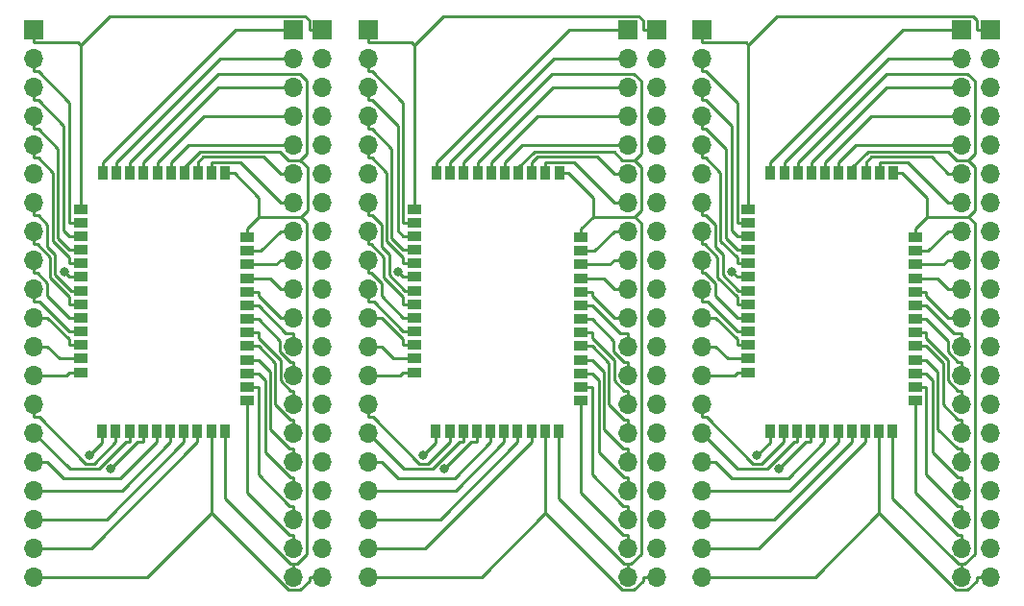
<source format=gbr>
G04 #@! TF.GenerationSoftware,KiCad,Pcbnew,5.1.5+dfsg1-2build2*
G04 #@! TF.CreationDate,2022-03-02T19:41:26-05:00*
G04 #@! TF.ProjectId,,58585858-5858-4585-9858-585858585858,rev?*
G04 #@! TF.SameCoordinates,Original*
G04 #@! TF.FileFunction,Copper,L1,Top*
G04 #@! TF.FilePolarity,Positive*
%FSLAX46Y46*%
G04 Gerber Fmt 4.6, Leading zero omitted, Abs format (unit mm)*
G04 Created by KiCad (PCBNEW 5.1.5+dfsg1-2build2) date 2022-03-02 19:41:26*
%MOMM*%
%LPD*%
G04 APERTURE LIST*
%ADD10R,1.700000X1.700000*%
%ADD11O,1.700000X1.700000*%
%ADD12R,1.300000X0.900000*%
%ADD13R,0.900000X1.300000*%
%ADD14C,0.800000*%
%ADD15C,0.250000*%
G04 APERTURE END LIST*
D10*
X152831920Y-31443320D03*
D11*
X152831920Y-33983320D03*
X152831920Y-36523320D03*
X152831920Y-39063320D03*
X152831920Y-41603320D03*
X152831920Y-44143320D03*
X152831920Y-46683320D03*
X152831920Y-49223320D03*
X152831920Y-51763320D03*
X152831920Y-54303320D03*
X152831920Y-56843320D03*
X152831920Y-59383320D03*
X152831920Y-61923320D03*
X152831920Y-64463320D03*
X152831920Y-67003320D03*
X152831920Y-69543320D03*
X152831920Y-72083320D03*
X152831920Y-74623320D03*
X152831920Y-77163320D03*
X152831920Y-79703320D03*
D10*
X123431920Y-31443320D03*
D11*
X123431920Y-33983320D03*
X123431920Y-36523320D03*
X123431920Y-39063320D03*
X123431920Y-41603320D03*
X123431920Y-44143320D03*
X123431920Y-46683320D03*
X123431920Y-49223320D03*
X123431920Y-51763320D03*
X123431920Y-54303320D03*
X123431920Y-56843320D03*
X123431920Y-59383320D03*
X123431920Y-61923320D03*
X123431920Y-64463320D03*
X123431920Y-67003320D03*
X123431920Y-69543320D03*
X123431920Y-72083320D03*
X123431920Y-74623320D03*
X123431920Y-77163320D03*
X123431920Y-79703320D03*
D12*
X131511920Y-60473320D03*
X131511920Y-61673320D03*
D13*
X133421920Y-66843320D03*
X134621920Y-66843320D03*
X135821920Y-66843320D03*
X138221920Y-66843320D03*
D12*
X131511920Y-47273320D03*
X131511920Y-48473320D03*
X131511920Y-49673320D03*
X131511920Y-50873320D03*
X131511920Y-52073320D03*
X131511920Y-53273320D03*
X131511920Y-54473320D03*
D13*
X137021920Y-66843320D03*
D12*
X131511920Y-59273320D03*
X131511920Y-58073320D03*
X131511920Y-56873320D03*
X131511920Y-55673320D03*
D13*
X139421920Y-66843320D03*
X140621920Y-66843320D03*
X141821920Y-66843320D03*
X143021920Y-66843320D03*
X144221920Y-66843320D03*
D12*
X146201920Y-64173320D03*
X146201920Y-62973320D03*
X146201920Y-61773320D03*
X146201920Y-60573320D03*
X146201920Y-59373320D03*
X146201920Y-58173320D03*
X146201920Y-56973320D03*
X146201920Y-55773320D03*
X146201920Y-54573320D03*
X146201920Y-53373320D03*
X146201920Y-52173320D03*
X146201920Y-50973320D03*
X146201920Y-49773320D03*
D13*
X133481920Y-44103320D03*
X134681920Y-44103320D03*
X135881920Y-44103320D03*
X137081920Y-44103320D03*
X138281920Y-44103320D03*
X139481920Y-44103320D03*
X140681920Y-44103320D03*
X141881920Y-44103320D03*
X143081920Y-44103320D03*
X144281920Y-44103320D03*
D12*
X102111920Y-60473320D03*
X102111920Y-61673320D03*
D13*
X104021920Y-66843320D03*
X105221920Y-66843320D03*
X106421920Y-66843320D03*
X108821920Y-66843320D03*
D12*
X102111920Y-47273320D03*
X102111920Y-48473320D03*
X102111920Y-49673320D03*
X102111920Y-50873320D03*
X102111920Y-52073320D03*
X102111920Y-53273320D03*
X102111920Y-54473320D03*
D13*
X107621920Y-66843320D03*
D12*
X102111920Y-59273320D03*
X102111920Y-58073320D03*
X102111920Y-56873320D03*
X102111920Y-55673320D03*
D13*
X110021920Y-66843320D03*
X111221920Y-66843320D03*
X112421920Y-66843320D03*
X113621920Y-66843320D03*
X114821920Y-66843320D03*
D12*
X116801920Y-64173320D03*
X116801920Y-62973320D03*
X116801920Y-61773320D03*
X116801920Y-60573320D03*
X116801920Y-59373320D03*
X116801920Y-58173320D03*
X116801920Y-56973320D03*
X116801920Y-55773320D03*
X116801920Y-54573320D03*
X116801920Y-53373320D03*
X116801920Y-52173320D03*
X116801920Y-50973320D03*
X116801920Y-49773320D03*
D13*
X104081920Y-44103320D03*
X105281920Y-44103320D03*
X106481920Y-44103320D03*
X107681920Y-44103320D03*
X108881920Y-44103320D03*
X110081920Y-44103320D03*
X111281920Y-44103320D03*
X112481920Y-44103320D03*
X113681920Y-44103320D03*
X114881920Y-44103320D03*
D10*
X150291920Y-31443320D03*
D11*
X150291920Y-33983320D03*
X150291920Y-36523320D03*
X150291920Y-39063320D03*
X150291920Y-41603320D03*
X150291920Y-44143320D03*
X150291920Y-46683320D03*
X150291920Y-49223320D03*
X150291920Y-51763320D03*
X150291920Y-54303320D03*
X150291920Y-56843320D03*
X150291920Y-59383320D03*
X150291920Y-61923320D03*
X150291920Y-64463320D03*
X150291920Y-67003320D03*
X150291920Y-69543320D03*
X150291920Y-72083320D03*
X150291920Y-74623320D03*
X150291920Y-77163320D03*
X150291920Y-79703320D03*
D10*
X120891920Y-31443320D03*
D11*
X120891920Y-33983320D03*
X120891920Y-36523320D03*
X120891920Y-39063320D03*
X120891920Y-41603320D03*
X120891920Y-44143320D03*
X120891920Y-46683320D03*
X120891920Y-49223320D03*
X120891920Y-51763320D03*
X120891920Y-54303320D03*
X120891920Y-56843320D03*
X120891920Y-59383320D03*
X120891920Y-61923320D03*
X120891920Y-64463320D03*
X120891920Y-67003320D03*
X120891920Y-69543320D03*
X120891920Y-72083320D03*
X120891920Y-74623320D03*
X120891920Y-77163320D03*
X120891920Y-79703320D03*
D10*
X127431920Y-31443320D03*
D11*
X127431920Y-33983320D03*
X127431920Y-36523320D03*
X127431920Y-39063320D03*
X127431920Y-41603320D03*
X127431920Y-44143320D03*
X127431920Y-46683320D03*
X127431920Y-49223320D03*
X127431920Y-51763320D03*
X127431920Y-54303320D03*
X127431920Y-56843320D03*
X127431920Y-59383320D03*
X127431920Y-61923320D03*
X127431920Y-64463320D03*
X127431920Y-67003320D03*
X127431920Y-69543320D03*
X127431920Y-72083320D03*
X127431920Y-74623320D03*
X127431920Y-77163320D03*
X127431920Y-79703320D03*
D10*
X98031920Y-31443320D03*
D11*
X98031920Y-33983320D03*
X98031920Y-36523320D03*
X98031920Y-39063320D03*
X98031920Y-41603320D03*
X98031920Y-44143320D03*
X98031920Y-46683320D03*
X98031920Y-49223320D03*
X98031920Y-51763320D03*
X98031920Y-54303320D03*
X98031920Y-56843320D03*
X98031920Y-59383320D03*
X98031920Y-61923320D03*
X98031920Y-64463320D03*
X98031920Y-67003320D03*
X98031920Y-69543320D03*
X98031920Y-72083320D03*
X98031920Y-74623320D03*
X98031920Y-77163320D03*
X98031920Y-79703320D03*
X94031920Y-79703320D03*
X94031920Y-77163320D03*
X94031920Y-74623320D03*
X94031920Y-72083320D03*
X94031920Y-69543320D03*
X94031920Y-67003320D03*
X94031920Y-64463320D03*
X94031920Y-61923320D03*
X94031920Y-59383320D03*
X94031920Y-56843320D03*
X94031920Y-54303320D03*
X94031920Y-51763320D03*
X94031920Y-49223320D03*
X94031920Y-46683320D03*
X94031920Y-44143320D03*
X94031920Y-41603320D03*
X94031920Y-39063320D03*
X94031920Y-36523320D03*
X94031920Y-33983320D03*
D10*
X94031920Y-31443320D03*
D13*
X85481920Y-44103320D03*
X84281920Y-44103320D03*
X83081920Y-44103320D03*
X81881920Y-44103320D03*
X80681920Y-44103320D03*
X79481920Y-44103320D03*
X78281920Y-44103320D03*
X77081920Y-44103320D03*
X75881920Y-44103320D03*
X74681920Y-44103320D03*
D12*
X87401920Y-49773320D03*
X87401920Y-50973320D03*
X87401920Y-52173320D03*
X87401920Y-53373320D03*
X87401920Y-54573320D03*
X87401920Y-55773320D03*
X87401920Y-56973320D03*
X87401920Y-58173320D03*
X87401920Y-59373320D03*
X87401920Y-60573320D03*
X87401920Y-61773320D03*
X87401920Y-62973320D03*
X87401920Y-64173320D03*
D13*
X85421920Y-66843320D03*
X84221920Y-66843320D03*
X83021920Y-66843320D03*
X81821920Y-66843320D03*
X80621920Y-66843320D03*
D12*
X72711920Y-55673320D03*
X72711920Y-56873320D03*
X72711920Y-58073320D03*
X72711920Y-59273320D03*
D13*
X78221920Y-66843320D03*
D12*
X72711920Y-54473320D03*
X72711920Y-53273320D03*
X72711920Y-52073320D03*
X72711920Y-50873320D03*
X72711920Y-49673320D03*
X72711920Y-48473320D03*
X72711920Y-47273320D03*
D13*
X79421920Y-66843320D03*
X77021920Y-66843320D03*
X75821920Y-66843320D03*
X74621920Y-66843320D03*
D12*
X72711920Y-61673320D03*
X72711920Y-60473320D03*
D11*
X91491920Y-79703320D03*
X91491920Y-77163320D03*
X91491920Y-74623320D03*
X91491920Y-72083320D03*
X91491920Y-69543320D03*
X91491920Y-67003320D03*
X91491920Y-64463320D03*
X91491920Y-61923320D03*
X91491920Y-59383320D03*
X91491920Y-56843320D03*
X91491920Y-54303320D03*
X91491920Y-51763320D03*
X91491920Y-49223320D03*
X91491920Y-46683320D03*
X91491920Y-44143320D03*
X91491920Y-41603320D03*
X91491920Y-39063320D03*
X91491920Y-36523320D03*
X91491920Y-33983320D03*
D10*
X91491920Y-31443320D03*
D11*
X68631920Y-79703320D03*
X68631920Y-77163320D03*
X68631920Y-74623320D03*
X68631920Y-72083320D03*
X68631920Y-69543320D03*
X68631920Y-67003320D03*
X68631920Y-64463320D03*
X68631920Y-61923320D03*
X68631920Y-59383320D03*
X68631920Y-56843320D03*
X68631920Y-54303320D03*
X68631920Y-51763320D03*
X68631920Y-49223320D03*
X68631920Y-46683320D03*
X68631920Y-44143320D03*
X68631920Y-41603320D03*
X68631920Y-39063320D03*
X68631920Y-36523320D03*
X68631920Y-33983320D03*
D10*
X68631920Y-31443320D03*
D14*
X71296220Y-52825920D03*
X100696220Y-52825920D03*
X130096220Y-52825920D03*
X75388120Y-70189720D03*
X73467420Y-69000920D03*
X102867420Y-69000920D03*
X132267420Y-69000920D03*
X104788120Y-70189720D03*
X134188120Y-70189720D03*
D15*
X71736620Y-48473320D02*
X71736620Y-37896020D01*
X71736620Y-37896020D02*
X68999220Y-35158620D01*
X68999220Y-35158620D02*
X68631920Y-35158620D01*
X68631920Y-33983320D02*
X68631920Y-35158620D01*
X72711920Y-48473320D02*
X71736620Y-48473320D01*
X102111920Y-48473320D02*
X101136620Y-48473320D01*
X131511920Y-48473320D02*
X130536620Y-48473320D01*
X98031920Y-33983320D02*
X98031920Y-35158620D01*
X127431920Y-33983320D02*
X127431920Y-35158620D01*
X101136620Y-48473320D02*
X101136620Y-37896020D01*
X130536620Y-48473320D02*
X130536620Y-37896020D01*
X98399220Y-35158620D02*
X98031920Y-35158620D01*
X127799220Y-35158620D02*
X127431920Y-35158620D01*
X101136620Y-37896020D02*
X98399220Y-35158620D01*
X130536620Y-37896020D02*
X127799220Y-35158620D01*
X72711920Y-32825920D02*
X75269820Y-30268020D01*
X75269820Y-30268020D02*
X92489420Y-30268020D01*
X92489420Y-30268020D02*
X92856620Y-30635220D01*
X92856620Y-30635220D02*
X92856620Y-31443320D01*
X68631920Y-32618620D02*
X72504620Y-32618620D01*
X72504620Y-32618620D02*
X72711920Y-32825920D01*
X72711920Y-47273320D02*
X72711920Y-32825920D01*
X94031920Y-31443320D02*
X92856620Y-31443320D01*
X68631920Y-31443320D02*
X68631920Y-32618620D01*
X102111920Y-32825920D02*
X104669820Y-30268020D01*
X131511920Y-32825920D02*
X134069820Y-30268020D01*
X101904620Y-32618620D02*
X102111920Y-32825920D01*
X131304620Y-32618620D02*
X131511920Y-32825920D01*
X98031920Y-31443320D02*
X98031920Y-32618620D01*
X127431920Y-31443320D02*
X127431920Y-32618620D01*
X123431920Y-31443320D02*
X122256620Y-31443320D01*
X152831920Y-31443320D02*
X151656620Y-31443320D01*
X121889420Y-30268020D02*
X122256620Y-30635220D01*
X151289420Y-30268020D02*
X151656620Y-30635220D01*
X122256620Y-30635220D02*
X122256620Y-31443320D01*
X151656620Y-30635220D02*
X151656620Y-31443320D01*
X104669820Y-30268020D02*
X121889420Y-30268020D01*
X134069820Y-30268020D02*
X151289420Y-30268020D01*
X98031920Y-32618620D02*
X101904620Y-32618620D01*
X127431920Y-32618620D02*
X131304620Y-32618620D01*
X102111920Y-47273320D02*
X102111920Y-32825920D01*
X131511920Y-47273320D02*
X131511920Y-32825920D01*
X84221920Y-74099920D02*
X91000620Y-80878620D01*
X91000620Y-80878620D02*
X92048720Y-80878620D01*
X92048720Y-80878620D02*
X92856620Y-80070720D01*
X92856620Y-80070720D02*
X92856620Y-79703320D01*
X84221920Y-66843320D02*
X84221920Y-74099920D01*
X68631920Y-79703320D02*
X78618520Y-79703320D01*
X78618520Y-79703320D02*
X84221920Y-74099920D01*
X94031920Y-79703320D02*
X92856620Y-79703320D01*
X122256620Y-80070720D02*
X122256620Y-79703320D01*
X151656620Y-80070720D02*
X151656620Y-79703320D01*
X113621920Y-66843320D02*
X113621920Y-74099920D01*
X143021920Y-66843320D02*
X143021920Y-74099920D01*
X121448720Y-80878620D02*
X122256620Y-80070720D01*
X150848720Y-80878620D02*
X151656620Y-80070720D01*
X108018520Y-79703320D02*
X113621920Y-74099920D01*
X137418520Y-79703320D02*
X143021920Y-74099920D01*
X123431920Y-79703320D02*
X122256620Y-79703320D01*
X152831920Y-79703320D02*
X151656620Y-79703320D01*
X98031920Y-79703320D02*
X108018520Y-79703320D01*
X127431920Y-79703320D02*
X137418520Y-79703320D01*
X113621920Y-74099920D02*
X120400620Y-80878620D01*
X143021920Y-74099920D02*
X149800620Y-80878620D01*
X120400620Y-80878620D02*
X121448720Y-80878620D01*
X149800620Y-80878620D02*
X150848720Y-80878620D01*
X83021920Y-66843320D02*
X83021920Y-67818620D01*
X83021920Y-67818620D02*
X73677220Y-77163320D01*
X73677220Y-77163320D02*
X68631920Y-77163320D01*
X112421920Y-66843320D02*
X112421920Y-67818620D01*
X141821920Y-66843320D02*
X141821920Y-67818620D01*
X103077220Y-77163320D02*
X98031920Y-77163320D01*
X132477220Y-77163320D02*
X127431920Y-77163320D01*
X112421920Y-67818620D02*
X103077220Y-77163320D01*
X141821920Y-67818620D02*
X132477220Y-77163320D01*
X81821920Y-66843320D02*
X81821920Y-67818620D01*
X81821920Y-67818620D02*
X75017220Y-74623320D01*
X75017220Y-74623320D02*
X68631920Y-74623320D01*
X111221920Y-67818620D02*
X104417220Y-74623320D01*
X140621920Y-67818620D02*
X133817220Y-74623320D01*
X111221920Y-66843320D02*
X111221920Y-67818620D01*
X140621920Y-66843320D02*
X140621920Y-67818620D01*
X104417220Y-74623320D02*
X98031920Y-74623320D01*
X133817220Y-74623320D02*
X127431920Y-74623320D01*
X80621920Y-66843320D02*
X80621920Y-67818620D01*
X80621920Y-67818620D02*
X76357220Y-72083320D01*
X76357220Y-72083320D02*
X68631920Y-72083320D01*
X105757220Y-72083320D02*
X98031920Y-72083320D01*
X135157220Y-72083320D02*
X127431920Y-72083320D01*
X110021920Y-66843320D02*
X110021920Y-67818620D01*
X139421920Y-66843320D02*
X139421920Y-67818620D01*
X110021920Y-67818620D02*
X105757220Y-72083320D01*
X139421920Y-67818620D02*
X135157220Y-72083320D01*
X79421920Y-67818620D02*
X76246320Y-70994220D01*
X76246320Y-70994220D02*
X71258120Y-70994220D01*
X71258120Y-70994220D02*
X69807220Y-69543320D01*
X68631920Y-69543320D02*
X69807220Y-69543320D01*
X79421920Y-66843320D02*
X79421920Y-67818620D01*
X100658120Y-70994220D02*
X99207220Y-69543320D01*
X130058120Y-70994220D02*
X128607220Y-69543320D01*
X108821920Y-66843320D02*
X108821920Y-67818620D01*
X138221920Y-66843320D02*
X138221920Y-67818620D01*
X108821920Y-67818620D02*
X105646320Y-70994220D01*
X138221920Y-67818620D02*
X135046320Y-70994220D01*
X98031920Y-69543320D02*
X99207220Y-69543320D01*
X127431920Y-69543320D02*
X128607220Y-69543320D01*
X105646320Y-70994220D02*
X100658120Y-70994220D01*
X135046320Y-70994220D02*
X130058120Y-70994220D01*
X77021920Y-67818620D02*
X76733520Y-67818620D01*
X76733520Y-67818620D02*
X74372620Y-70179520D01*
X74372620Y-70179520D02*
X71808120Y-70179520D01*
X71808120Y-70179520D02*
X68631920Y-67003320D01*
X77021920Y-66843320D02*
X77021920Y-67818620D01*
X106421920Y-67818620D02*
X106133520Y-67818620D01*
X135821920Y-67818620D02*
X135533520Y-67818620D01*
X101208120Y-70179520D02*
X98031920Y-67003320D01*
X130608120Y-70179520D02*
X127431920Y-67003320D01*
X106133520Y-67818620D02*
X103772620Y-70179520D01*
X135533520Y-67818620D02*
X133172620Y-70179520D01*
X106421920Y-66843320D02*
X106421920Y-67818620D01*
X135821920Y-66843320D02*
X135821920Y-67818620D01*
X103772620Y-70179520D02*
X101208120Y-70179520D01*
X133172620Y-70179520D02*
X130608120Y-70179520D01*
X68631920Y-64463320D02*
X68631920Y-65638620D01*
X75821920Y-66843320D02*
X75821920Y-67818620D01*
X75821920Y-67818620D02*
X73912820Y-69727720D01*
X73912820Y-69727720D02*
X73167320Y-69727720D01*
X73167320Y-69727720D02*
X69078220Y-65638620D01*
X69078220Y-65638620D02*
X68631920Y-65638620D01*
X98478220Y-65638620D02*
X98031920Y-65638620D01*
X127878220Y-65638620D02*
X127431920Y-65638620D01*
X102567320Y-69727720D02*
X98478220Y-65638620D01*
X131967320Y-69727720D02*
X127878220Y-65638620D01*
X98031920Y-64463320D02*
X98031920Y-65638620D01*
X127431920Y-64463320D02*
X127431920Y-65638620D01*
X105221920Y-67818620D02*
X103312820Y-69727720D01*
X134621920Y-67818620D02*
X132712820Y-69727720D01*
X103312820Y-69727720D02*
X102567320Y-69727720D01*
X132712820Y-69727720D02*
X131967320Y-69727720D01*
X105221920Y-66843320D02*
X105221920Y-67818620D01*
X134621920Y-66843320D02*
X134621920Y-67818620D01*
X72711920Y-61673320D02*
X71736620Y-61673320D01*
X71736620Y-61673320D02*
X71486620Y-61923320D01*
X71486620Y-61923320D02*
X68631920Y-61923320D01*
X101136620Y-61673320D02*
X100886620Y-61923320D01*
X130536620Y-61673320D02*
X130286620Y-61923320D01*
X100886620Y-61923320D02*
X98031920Y-61923320D01*
X130286620Y-61923320D02*
X127431920Y-61923320D01*
X102111920Y-61673320D02*
X101136620Y-61673320D01*
X131511920Y-61673320D02*
X130536620Y-61673320D01*
X68631920Y-59383320D02*
X69807220Y-59383320D01*
X72711920Y-60473320D02*
X70897220Y-60473320D01*
X70897220Y-60473320D02*
X69807220Y-59383320D01*
X98031920Y-59383320D02*
X99207220Y-59383320D01*
X127431920Y-59383320D02*
X128607220Y-59383320D01*
X102111920Y-60473320D02*
X100297220Y-60473320D01*
X131511920Y-60473320D02*
X129697220Y-60473320D01*
X100297220Y-60473320D02*
X99207220Y-59383320D01*
X129697220Y-60473320D02*
X128607220Y-59383320D01*
X72711920Y-59273320D02*
X71736620Y-59273320D01*
X68631920Y-56843320D02*
X69807220Y-56843320D01*
X71736620Y-59273320D02*
X71736620Y-58772720D01*
X71736620Y-58772720D02*
X69807220Y-56843320D01*
X101136620Y-58772720D02*
X99207220Y-56843320D01*
X130536620Y-58772720D02*
X128607220Y-56843320D01*
X98031920Y-56843320D02*
X99207220Y-56843320D01*
X127431920Y-56843320D02*
X128607220Y-56843320D01*
X101136620Y-59273320D02*
X101136620Y-58772720D01*
X130536620Y-59273320D02*
X130536620Y-58772720D01*
X102111920Y-59273320D02*
X101136620Y-59273320D01*
X131511920Y-59273320D02*
X130536620Y-59273320D01*
X68631920Y-54303320D02*
X68631920Y-55478620D01*
X72711920Y-58073320D02*
X71736620Y-58073320D01*
X71736620Y-58073320D02*
X69141920Y-55478620D01*
X69141920Y-55478620D02*
X68631920Y-55478620D01*
X98031920Y-54303320D02*
X98031920Y-55478620D01*
X127431920Y-54303320D02*
X127431920Y-55478620D01*
X102111920Y-58073320D02*
X101136620Y-58073320D01*
X131511920Y-58073320D02*
X130536620Y-58073320D01*
X98541920Y-55478620D02*
X98031920Y-55478620D01*
X127941920Y-55478620D02*
X127431920Y-55478620D01*
X101136620Y-58073320D02*
X98541920Y-55478620D01*
X130536620Y-58073320D02*
X127941920Y-55478620D01*
X68631920Y-51763320D02*
X68631920Y-52938620D01*
X72711920Y-56873320D02*
X71736620Y-56873320D01*
X71736620Y-56873320D02*
X69807220Y-54943920D01*
X69807220Y-54943920D02*
X69807220Y-53816320D01*
X69807220Y-53816320D02*
X68929520Y-52938620D01*
X68929520Y-52938620D02*
X68631920Y-52938620D01*
X98031920Y-51763320D02*
X98031920Y-52938620D01*
X127431920Y-51763320D02*
X127431920Y-52938620D01*
X101136620Y-56873320D02*
X99207220Y-54943920D01*
X130536620Y-56873320D02*
X128607220Y-54943920D01*
X102111920Y-56873320D02*
X101136620Y-56873320D01*
X131511920Y-56873320D02*
X130536620Y-56873320D01*
X99207220Y-53816320D02*
X98329520Y-52938620D01*
X128607220Y-53816320D02*
X127729520Y-52938620D01*
X98329520Y-52938620D02*
X98031920Y-52938620D01*
X127729520Y-52938620D02*
X127431920Y-52938620D01*
X99207220Y-54943920D02*
X99207220Y-53816320D01*
X128607220Y-54943920D02*
X128607220Y-53816320D01*
X68631920Y-49223320D02*
X68631920Y-50398620D01*
X72711920Y-55673320D02*
X71736620Y-55673320D01*
X71736620Y-55673320D02*
X71736620Y-55036420D01*
X71736620Y-55036420D02*
X70032320Y-53332120D01*
X70032320Y-53332120D02*
X70032320Y-51499820D01*
X70032320Y-51499820D02*
X68931120Y-50398620D01*
X68931120Y-50398620D02*
X68631920Y-50398620D01*
X98331120Y-50398620D02*
X98031920Y-50398620D01*
X127731120Y-50398620D02*
X127431920Y-50398620D01*
X99432320Y-53332120D02*
X99432320Y-51499820D01*
X128832320Y-53332120D02*
X128832320Y-51499820D01*
X101136620Y-55673320D02*
X101136620Y-55036420D01*
X130536620Y-55673320D02*
X130536620Y-55036420D01*
X101136620Y-55036420D02*
X99432320Y-53332120D01*
X130536620Y-55036420D02*
X128832320Y-53332120D01*
X102111920Y-55673320D02*
X101136620Y-55673320D01*
X131511920Y-55673320D02*
X130536620Y-55673320D01*
X98031920Y-49223320D02*
X98031920Y-50398620D01*
X127431920Y-49223320D02*
X127431920Y-50398620D01*
X99432320Y-51499820D02*
X98331120Y-50398620D01*
X128832320Y-51499820D02*
X127731120Y-50398620D01*
X68631920Y-46683320D02*
X68631920Y-47858620D01*
X72711920Y-54473320D02*
X71885820Y-54473320D01*
X71885820Y-54473320D02*
X70482620Y-53070120D01*
X70482620Y-53070120D02*
X70482620Y-51272020D01*
X70482620Y-51272020D02*
X69807220Y-50596620D01*
X69807220Y-50596620D02*
X69807220Y-48666520D01*
X69807220Y-48666520D02*
X68999320Y-47858620D01*
X68999320Y-47858620D02*
X68631920Y-47858620D01*
X99882620Y-53070120D02*
X99882620Y-51272020D01*
X129282620Y-53070120D02*
X129282620Y-51272020D01*
X98399320Y-47858620D02*
X98031920Y-47858620D01*
X127799320Y-47858620D02*
X127431920Y-47858620D01*
X99207220Y-50596620D02*
X99207220Y-48666520D01*
X128607220Y-50596620D02*
X128607220Y-48666520D01*
X99207220Y-48666520D02*
X98399320Y-47858620D01*
X128607220Y-48666520D02*
X127799320Y-47858620D01*
X98031920Y-46683320D02*
X98031920Y-47858620D01*
X127431920Y-46683320D02*
X127431920Y-47858620D01*
X102111920Y-54473320D02*
X101285820Y-54473320D01*
X131511920Y-54473320D02*
X130685820Y-54473320D01*
X99882620Y-51272020D02*
X99207220Y-50596620D01*
X129282620Y-51272020D02*
X128607220Y-50596620D01*
X101285820Y-54473320D02*
X99882620Y-53070120D01*
X130685820Y-54473320D02*
X129282620Y-53070120D01*
X71736620Y-53273320D02*
X71736620Y-53266320D01*
X71736620Y-53266320D02*
X71296220Y-52825920D01*
X72711920Y-53273320D02*
X71736620Y-53273320D01*
X101136620Y-53273320D02*
X101136620Y-53266320D01*
X130536620Y-53273320D02*
X130536620Y-53266320D01*
X102111920Y-53273320D02*
X101136620Y-53273320D01*
X131511920Y-53273320D02*
X130536620Y-53273320D01*
X101136620Y-53266320D02*
X100696220Y-52825920D01*
X130536620Y-53266320D02*
X130096220Y-52825920D01*
X68631920Y-41603320D02*
X68631920Y-42778620D01*
X72711920Y-52073320D02*
X71736620Y-52073320D01*
X71736620Y-52073320D02*
X71736620Y-51579620D01*
X71736620Y-51579620D02*
X70280920Y-50123920D01*
X70280920Y-50123920D02*
X70280920Y-44060320D01*
X70280920Y-44060320D02*
X68999220Y-42778620D01*
X68999220Y-42778620D02*
X68631920Y-42778620D01*
X99680920Y-50123920D02*
X99680920Y-44060320D01*
X129080920Y-50123920D02*
X129080920Y-44060320D01*
X99680920Y-44060320D02*
X98399220Y-42778620D01*
X129080920Y-44060320D02*
X127799220Y-42778620D01*
X101136620Y-51579620D02*
X99680920Y-50123920D01*
X130536620Y-51579620D02*
X129080920Y-50123920D01*
X102111920Y-52073320D02*
X101136620Y-52073320D01*
X131511920Y-52073320D02*
X130536620Y-52073320D01*
X101136620Y-52073320D02*
X101136620Y-51579620D01*
X130536620Y-52073320D02*
X130536620Y-51579620D01*
X98399220Y-42778620D02*
X98031920Y-42778620D01*
X127799220Y-42778620D02*
X127431920Y-42778620D01*
X98031920Y-41603320D02*
X98031920Y-42778620D01*
X127431920Y-41603320D02*
X127431920Y-42778620D01*
X71736620Y-50873320D02*
X70731320Y-49868020D01*
X70731320Y-49868020D02*
X70731320Y-41970720D01*
X70731320Y-41970720D02*
X68999220Y-40238620D01*
X68999220Y-40238620D02*
X68631920Y-40238620D01*
X68631920Y-39063320D02*
X68631920Y-40238620D01*
X72711920Y-50873320D02*
X71736620Y-50873320D01*
X101136620Y-50873320D02*
X100131320Y-49868020D01*
X130536620Y-50873320D02*
X129531320Y-49868020D01*
X100131320Y-49868020D02*
X100131320Y-41970720D01*
X129531320Y-49868020D02*
X129531320Y-41970720D01*
X100131320Y-41970720D02*
X98399220Y-40238620D01*
X129531320Y-41970720D02*
X127799220Y-40238620D01*
X98399220Y-40238620D02*
X98031920Y-40238620D01*
X127799220Y-40238620D02*
X127431920Y-40238620D01*
X102111920Y-50873320D02*
X101136620Y-50873320D01*
X131511920Y-50873320D02*
X130536620Y-50873320D01*
X98031920Y-39063320D02*
X98031920Y-40238620D01*
X127431920Y-39063320D02*
X127431920Y-40238620D01*
X68631920Y-36523320D02*
X68631920Y-37698620D01*
X72711920Y-49673320D02*
X71736620Y-49673320D01*
X71736620Y-49673320D02*
X71250520Y-49187220D01*
X71250520Y-49187220D02*
X71250520Y-39949920D01*
X71250520Y-39949920D02*
X68999220Y-37698620D01*
X68999220Y-37698620D02*
X68631920Y-37698620D01*
X98031920Y-36523320D02*
X98031920Y-37698620D01*
X127431920Y-36523320D02*
X127431920Y-37698620D01*
X102111920Y-49673320D02*
X101136620Y-49673320D01*
X131511920Y-49673320D02*
X130536620Y-49673320D01*
X101136620Y-49673320D02*
X100650520Y-49187220D01*
X130536620Y-49673320D02*
X130050520Y-49187220D01*
X100650520Y-39949920D02*
X98399220Y-37698620D01*
X130050520Y-39949920D02*
X127799220Y-37698620D01*
X98399220Y-37698620D02*
X98031920Y-37698620D01*
X127799220Y-37698620D02*
X127431920Y-37698620D01*
X100650520Y-49187220D02*
X100650520Y-39949920D01*
X130050520Y-49187220D02*
X130050520Y-39949920D01*
X78221920Y-67818620D02*
X77759220Y-67818620D01*
X77759220Y-67818620D02*
X75388120Y-70189720D01*
X78221920Y-66843320D02*
X78221920Y-67818620D01*
X74621920Y-67706020D02*
X74621920Y-67846420D01*
X74621920Y-67846420D02*
X73467420Y-69000920D01*
X74621920Y-66843320D02*
X74621920Y-67706020D01*
X92084920Y-42967920D02*
X92710120Y-43593120D01*
X92710120Y-43593120D02*
X92710120Y-47352120D01*
X92710120Y-47352120D02*
X92108920Y-47953320D01*
X81881920Y-43615620D02*
X83270120Y-42227420D01*
X83270120Y-42227420D02*
X90311420Y-42227420D01*
X90311420Y-42227420D02*
X91051920Y-42967920D01*
X91051920Y-42967920D02*
X92084920Y-42967920D01*
X77081920Y-43128020D02*
X84862020Y-35347920D01*
X84862020Y-35347920D02*
X92043420Y-35347920D01*
X92043420Y-35347920D02*
X92669020Y-35973520D01*
X92669020Y-35973520D02*
X92669020Y-42383820D01*
X92669020Y-42383820D02*
X92084920Y-42967920D01*
X77081920Y-44103320D02*
X77081920Y-43128020D01*
X85421920Y-67818620D02*
X85421920Y-72756220D01*
X85421920Y-72756220D02*
X91220020Y-78554320D01*
X91220020Y-78554320D02*
X91491920Y-78554320D01*
X85421920Y-66843320D02*
X85421920Y-67818620D01*
X91491920Y-79703320D02*
X91491920Y-78554320D01*
X85481920Y-44103320D02*
X86257220Y-44103320D01*
X88446620Y-47953320D02*
X87401920Y-48998020D01*
X92108920Y-47953320D02*
X88446620Y-47953320D01*
X88446620Y-47953320D02*
X88446620Y-46292720D01*
X88446620Y-46292720D02*
X86257220Y-44103320D01*
X87401920Y-49773320D02*
X87401920Y-48998020D01*
X92108920Y-47953320D02*
X92667320Y-48511720D01*
X92667320Y-48511720D02*
X92667320Y-77661820D01*
X92667320Y-77661820D02*
X91774820Y-78554320D01*
X91774820Y-78554320D02*
X91491920Y-78554320D01*
X81881920Y-44103320D02*
X81881920Y-43615620D01*
X122110120Y-43593120D02*
X122110120Y-47352120D01*
X151510120Y-43593120D02*
X151510120Y-47352120D01*
X122110120Y-47352120D02*
X121508920Y-47953320D01*
X151510120Y-47352120D02*
X150908920Y-47953320D01*
X111281920Y-43615620D02*
X112670120Y-42227420D01*
X140681920Y-43615620D02*
X142070120Y-42227420D01*
X120891920Y-79703320D02*
X120891920Y-78554320D01*
X150291920Y-79703320D02*
X150291920Y-78554320D01*
X114881920Y-44103320D02*
X115657220Y-44103320D01*
X144281920Y-44103320D02*
X145057220Y-44103320D01*
X117846620Y-47953320D02*
X116801920Y-48998020D01*
X147246620Y-47953320D02*
X146201920Y-48998020D01*
X121508920Y-47953320D02*
X117846620Y-47953320D01*
X150908920Y-47953320D02*
X147246620Y-47953320D01*
X112670120Y-42227420D02*
X119711420Y-42227420D01*
X142070120Y-42227420D02*
X149111420Y-42227420D01*
X117846620Y-47953320D02*
X117846620Y-46292720D01*
X147246620Y-47953320D02*
X147246620Y-46292720D01*
X117846620Y-46292720D02*
X115657220Y-44103320D01*
X147246620Y-46292720D02*
X145057220Y-44103320D01*
X114821920Y-72756220D02*
X120620020Y-78554320D01*
X144221920Y-72756220D02*
X150020020Y-78554320D01*
X120620020Y-78554320D02*
X120891920Y-78554320D01*
X150020020Y-78554320D02*
X150291920Y-78554320D01*
X104021920Y-67846420D02*
X102867420Y-69000920D01*
X133421920Y-67846420D02*
X132267420Y-69000920D01*
X106481920Y-43128020D02*
X114262020Y-35347920D01*
X135881920Y-43128020D02*
X143662020Y-35347920D01*
X107621920Y-66843320D02*
X107621920Y-67818620D01*
X137021920Y-66843320D02*
X137021920Y-67818620D01*
X104021920Y-67706020D02*
X104021920Y-67846420D01*
X133421920Y-67706020D02*
X133421920Y-67846420D01*
X114821920Y-66843320D02*
X114821920Y-67818620D01*
X144221920Y-66843320D02*
X144221920Y-67818620D01*
X114262020Y-35347920D02*
X121443420Y-35347920D01*
X143662020Y-35347920D02*
X150843420Y-35347920D01*
X121443420Y-35347920D02*
X122069020Y-35973520D01*
X150843420Y-35347920D02*
X151469020Y-35973520D01*
X104021920Y-66843320D02*
X104021920Y-67706020D01*
X133421920Y-66843320D02*
X133421920Y-67706020D01*
X121484920Y-42967920D02*
X122110120Y-43593120D01*
X150884920Y-42967920D02*
X151510120Y-43593120D01*
X106481920Y-44103320D02*
X106481920Y-43128020D01*
X135881920Y-44103320D02*
X135881920Y-43128020D01*
X114821920Y-67818620D02*
X114821920Y-72756220D01*
X144221920Y-67818620D02*
X144221920Y-72756220D01*
X119711420Y-42227420D02*
X120451920Y-42967920D01*
X149111420Y-42227420D02*
X149851920Y-42967920D01*
X120451920Y-42967920D02*
X121484920Y-42967920D01*
X149851920Y-42967920D02*
X150884920Y-42967920D01*
X107621920Y-67818620D02*
X107159220Y-67818620D01*
X137021920Y-67818620D02*
X136559220Y-67818620D01*
X107159220Y-67818620D02*
X104788120Y-70189720D01*
X136559220Y-67818620D02*
X134188120Y-70189720D01*
X122069020Y-35973520D02*
X122069020Y-42383820D01*
X151469020Y-35973520D02*
X151469020Y-42383820D01*
X122069020Y-42383820D02*
X121484920Y-42967920D01*
X151469020Y-42383820D02*
X150884920Y-42967920D01*
X122067320Y-77661820D02*
X121174820Y-78554320D01*
X151467320Y-77661820D02*
X150574820Y-78554320D01*
X121174820Y-78554320D02*
X120891920Y-78554320D01*
X150574820Y-78554320D02*
X150291920Y-78554320D01*
X111281920Y-44103320D02*
X111281920Y-43615620D01*
X140681920Y-44103320D02*
X140681920Y-43615620D01*
X121508920Y-47953320D02*
X122067320Y-48511720D01*
X150908920Y-47953320D02*
X151467320Y-48511720D01*
X122067320Y-48511720D02*
X122067320Y-77661820D01*
X151467320Y-48511720D02*
X151467320Y-77661820D01*
X116801920Y-49773320D02*
X116801920Y-48998020D01*
X146201920Y-49773320D02*
X146201920Y-48998020D01*
X91491920Y-75988020D02*
X91124620Y-75988020D01*
X91124620Y-75988020D02*
X87401920Y-72265320D01*
X87401920Y-72265320D02*
X87401920Y-64173320D01*
X91491920Y-77163320D02*
X91491920Y-75988020D01*
X120891920Y-77163320D02*
X120891920Y-75988020D01*
X150291920Y-77163320D02*
X150291920Y-75988020D01*
X116801920Y-72265320D02*
X116801920Y-64173320D01*
X146201920Y-72265320D02*
X146201920Y-64173320D01*
X120891920Y-75988020D02*
X120524620Y-75988020D01*
X150291920Y-75988020D02*
X149924620Y-75988020D01*
X120524620Y-75988020D02*
X116801920Y-72265320D01*
X149924620Y-75988020D02*
X146201920Y-72265320D01*
X91491920Y-73448020D02*
X91124620Y-73448020D01*
X91124620Y-73448020D02*
X88377220Y-70700620D01*
X88377220Y-70700620D02*
X88377220Y-62973320D01*
X91491920Y-74623320D02*
X91491920Y-73448020D01*
X87401920Y-62973320D02*
X88377220Y-62973320D01*
X120891920Y-73448020D02*
X120524620Y-73448020D01*
X150291920Y-73448020D02*
X149924620Y-73448020D01*
X117777220Y-70700620D02*
X117777220Y-62973320D01*
X147177220Y-70700620D02*
X147177220Y-62973320D01*
X120891920Y-74623320D02*
X120891920Y-73448020D01*
X150291920Y-74623320D02*
X150291920Y-73448020D01*
X120524620Y-73448020D02*
X117777220Y-70700620D01*
X149924620Y-73448020D02*
X147177220Y-70700620D01*
X116801920Y-62973320D02*
X117777220Y-62973320D01*
X146201920Y-62973320D02*
X147177220Y-62973320D01*
X88377220Y-61773320D02*
X88965720Y-62361820D01*
X88965720Y-62361820D02*
X88965720Y-68693420D01*
X88965720Y-68693420D02*
X91180320Y-70908020D01*
X91180320Y-70908020D02*
X91491920Y-70908020D01*
X91491920Y-72083320D02*
X91491920Y-70908020D01*
X87401920Y-61773320D02*
X88377220Y-61773320D01*
X118365720Y-62361820D02*
X118365720Y-68693420D01*
X147765720Y-62361820D02*
X147765720Y-68693420D01*
X118365720Y-68693420D02*
X120580320Y-70908020D01*
X147765720Y-68693420D02*
X149980320Y-70908020D01*
X116801920Y-61773320D02*
X117777220Y-61773320D01*
X146201920Y-61773320D02*
X147177220Y-61773320D01*
X120580320Y-70908020D02*
X120891920Y-70908020D01*
X149980320Y-70908020D02*
X150291920Y-70908020D01*
X120891920Y-72083320D02*
X120891920Y-70908020D01*
X150291920Y-72083320D02*
X150291920Y-70908020D01*
X117777220Y-61773320D02*
X118365720Y-62361820D01*
X147177220Y-61773320D02*
X147765720Y-62361820D01*
X88377220Y-60573320D02*
X89416020Y-61612120D01*
X89416020Y-61612120D02*
X89416020Y-66659520D01*
X89416020Y-66659520D02*
X91124520Y-68368020D01*
X91124520Y-68368020D02*
X91491920Y-68368020D01*
X87401920Y-60573320D02*
X88377220Y-60573320D01*
X91491920Y-69543320D02*
X91491920Y-68368020D01*
X118816020Y-66659520D02*
X120524520Y-68368020D01*
X148216020Y-66659520D02*
X149924520Y-68368020D01*
X120524520Y-68368020D02*
X120891920Y-68368020D01*
X149924520Y-68368020D02*
X150291920Y-68368020D01*
X116801920Y-60573320D02*
X117777220Y-60573320D01*
X146201920Y-60573320D02*
X147177220Y-60573320D01*
X120891920Y-69543320D02*
X120891920Y-68368020D01*
X150291920Y-69543320D02*
X150291920Y-68368020D01*
X118816020Y-61612120D02*
X118816020Y-66659520D01*
X148216020Y-61612120D02*
X148216020Y-66659520D01*
X117777220Y-60573320D02*
X118816020Y-61612120D01*
X147177220Y-60573320D02*
X148216020Y-61612120D01*
X88377220Y-59373320D02*
X89866320Y-60862420D01*
X89866320Y-60862420D02*
X89866320Y-64503720D01*
X89866320Y-64503720D02*
X91190620Y-65828020D01*
X91190620Y-65828020D02*
X91491920Y-65828020D01*
X91491920Y-67003320D02*
X91491920Y-65828020D01*
X87401920Y-59373320D02*
X88377220Y-59373320D01*
X119266320Y-64503720D02*
X120590620Y-65828020D01*
X148666320Y-64503720D02*
X149990620Y-65828020D01*
X120590620Y-65828020D02*
X120891920Y-65828020D01*
X149990620Y-65828020D02*
X150291920Y-65828020D01*
X117777220Y-59373320D02*
X119266320Y-60862420D01*
X147177220Y-59373320D02*
X148666320Y-60862420D01*
X119266320Y-60862420D02*
X119266320Y-64503720D01*
X148666320Y-60862420D02*
X148666320Y-64503720D01*
X120891920Y-67003320D02*
X120891920Y-65828020D01*
X150291920Y-67003320D02*
X150291920Y-65828020D01*
X116801920Y-59373320D02*
X117777220Y-59373320D01*
X146201920Y-59373320D02*
X147177220Y-59373320D01*
X91491920Y-64463320D02*
X91491920Y-63288020D01*
X87401920Y-58173320D02*
X88377220Y-58173320D01*
X88377220Y-58173320D02*
X88377220Y-58694220D01*
X88377220Y-58694220D02*
X90316620Y-60633620D01*
X90316620Y-60633620D02*
X90316620Y-62414020D01*
X90316620Y-62414020D02*
X91190620Y-63288020D01*
X91190620Y-63288020D02*
X91491920Y-63288020D01*
X117777220Y-58173320D02*
X117777220Y-58694220D01*
X147177220Y-58173320D02*
X147177220Y-58694220D01*
X117777220Y-58694220D02*
X119716620Y-60633620D01*
X147177220Y-58694220D02*
X149116620Y-60633620D01*
X119716620Y-60633620D02*
X119716620Y-62414020D01*
X149116620Y-60633620D02*
X149116620Y-62414020D01*
X120891920Y-64463320D02*
X120891920Y-63288020D01*
X150291920Y-64463320D02*
X150291920Y-63288020D01*
X116801920Y-58173320D02*
X117777220Y-58173320D01*
X146201920Y-58173320D02*
X147177220Y-58173320D01*
X119716620Y-62414020D02*
X120590620Y-63288020D01*
X149116620Y-62414020D02*
X149990620Y-63288020D01*
X120590620Y-63288020D02*
X120891920Y-63288020D01*
X149990620Y-63288020D02*
X150291920Y-63288020D01*
X87401920Y-56973320D02*
X88377220Y-56973320D01*
X91491920Y-61923320D02*
X91491920Y-60748020D01*
X91491920Y-60748020D02*
X91188120Y-60748020D01*
X91188120Y-60748020D02*
X90284320Y-59844220D01*
X90284320Y-59844220D02*
X90284320Y-58880420D01*
X90284320Y-58880420D02*
X88377220Y-56973320D01*
X116801920Y-56973320D02*
X117777220Y-56973320D01*
X146201920Y-56973320D02*
X147177220Y-56973320D01*
X120891920Y-61923320D02*
X120891920Y-60748020D01*
X150291920Y-61923320D02*
X150291920Y-60748020D01*
X120891920Y-60748020D02*
X120588120Y-60748020D01*
X150291920Y-60748020D02*
X149988120Y-60748020D01*
X119684320Y-58880420D02*
X117777220Y-56973320D01*
X149084320Y-58880420D02*
X147177220Y-56973320D01*
X120588120Y-60748020D02*
X119684320Y-59844220D01*
X149988120Y-60748020D02*
X149084320Y-59844220D01*
X119684320Y-59844220D02*
X119684320Y-58880420D01*
X149084320Y-59844220D02*
X149084320Y-58880420D01*
X91491920Y-59383320D02*
X91491920Y-58208020D01*
X87401920Y-55773320D02*
X88377220Y-55773320D01*
X88377220Y-55773320D02*
X90811920Y-58208020D01*
X90811920Y-58208020D02*
X91491920Y-58208020D01*
X116801920Y-55773320D02*
X117777220Y-55773320D01*
X146201920Y-55773320D02*
X147177220Y-55773320D01*
X117777220Y-55773320D02*
X120211920Y-58208020D01*
X147177220Y-55773320D02*
X149611920Y-58208020D01*
X120891920Y-59383320D02*
X120891920Y-58208020D01*
X150291920Y-59383320D02*
X150291920Y-58208020D01*
X120211920Y-58208020D02*
X120891920Y-58208020D01*
X149611920Y-58208020D02*
X150291920Y-58208020D01*
X87401920Y-54573320D02*
X88377220Y-54573320D01*
X91491920Y-56843320D02*
X90316620Y-56843320D01*
X90316620Y-56843320D02*
X88377220Y-54903920D01*
X88377220Y-54903920D02*
X88377220Y-54573320D01*
X116801920Y-54573320D02*
X117777220Y-54573320D01*
X146201920Y-54573320D02*
X147177220Y-54573320D01*
X120891920Y-56843320D02*
X119716620Y-56843320D01*
X150291920Y-56843320D02*
X149116620Y-56843320D01*
X119716620Y-56843320D02*
X117777220Y-54903920D01*
X149116620Y-56843320D02*
X147177220Y-54903920D01*
X117777220Y-54903920D02*
X117777220Y-54573320D01*
X147177220Y-54903920D02*
X147177220Y-54573320D01*
X91491920Y-54303320D02*
X90316620Y-54303320D01*
X87401920Y-53373320D02*
X89386620Y-53373320D01*
X89386620Y-53373320D02*
X90316620Y-54303320D01*
X120891920Y-54303320D02*
X119716620Y-54303320D01*
X150291920Y-54303320D02*
X149116620Y-54303320D01*
X116801920Y-53373320D02*
X118786620Y-53373320D01*
X146201920Y-53373320D02*
X148186620Y-53373320D01*
X118786620Y-53373320D02*
X119716620Y-54303320D01*
X148186620Y-53373320D02*
X149116620Y-54303320D01*
X91491920Y-51763320D02*
X90316620Y-51763320D01*
X87401920Y-52173320D02*
X89906620Y-52173320D01*
X89906620Y-52173320D02*
X90316620Y-51763320D01*
X119306620Y-52173320D02*
X119716620Y-51763320D01*
X148706620Y-52173320D02*
X149116620Y-51763320D01*
X120891920Y-51763320D02*
X119716620Y-51763320D01*
X150291920Y-51763320D02*
X149116620Y-51763320D01*
X116801920Y-52173320D02*
X119306620Y-52173320D01*
X146201920Y-52173320D02*
X148706620Y-52173320D01*
X91491920Y-49223320D02*
X90316620Y-49223320D01*
X87401920Y-50973320D02*
X88566620Y-50973320D01*
X88566620Y-50973320D02*
X90316620Y-49223320D01*
X117966620Y-50973320D02*
X119716620Y-49223320D01*
X147366620Y-50973320D02*
X149116620Y-49223320D01*
X120891920Y-49223320D02*
X119716620Y-49223320D01*
X150291920Y-49223320D02*
X149116620Y-49223320D01*
X116801920Y-50973320D02*
X117966620Y-50973320D01*
X146201920Y-50973320D02*
X147366620Y-50973320D01*
X84281920Y-43128020D02*
X86761320Y-43128020D01*
X86761320Y-43128020D02*
X90316620Y-46683320D01*
X84281920Y-44103320D02*
X84281920Y-43128020D01*
X91491920Y-46683320D02*
X90316620Y-46683320D01*
X113681920Y-43128020D02*
X116161320Y-43128020D01*
X143081920Y-43128020D02*
X145561320Y-43128020D01*
X116161320Y-43128020D02*
X119716620Y-46683320D01*
X145561320Y-43128020D02*
X149116620Y-46683320D01*
X113681920Y-44103320D02*
X113681920Y-43128020D01*
X143081920Y-44103320D02*
X143081920Y-43128020D01*
X120891920Y-46683320D02*
X119716620Y-46683320D01*
X150291920Y-46683320D02*
X149116620Y-46683320D01*
X91491920Y-44143320D02*
X90316620Y-44143320D01*
X83081920Y-44103320D02*
X83081920Y-43128020D01*
X83081920Y-43128020D02*
X83532220Y-42677720D01*
X83532220Y-42677720D02*
X88851020Y-42677720D01*
X88851020Y-42677720D02*
X90316620Y-44143320D01*
X112932220Y-42677720D02*
X118251020Y-42677720D01*
X142332220Y-42677720D02*
X147651020Y-42677720D01*
X118251020Y-42677720D02*
X119716620Y-44143320D01*
X147651020Y-42677720D02*
X149116620Y-44143320D01*
X112481920Y-44103320D02*
X112481920Y-43128020D01*
X141881920Y-44103320D02*
X141881920Y-43128020D01*
X112481920Y-43128020D02*
X112932220Y-42677720D01*
X141881920Y-43128020D02*
X142332220Y-42677720D01*
X120891920Y-44143320D02*
X119716620Y-44143320D01*
X150291920Y-44143320D02*
X149116620Y-44143320D01*
X91491920Y-41603320D02*
X82206620Y-41603320D01*
X82206620Y-41603320D02*
X80681920Y-43128020D01*
X80681920Y-44103320D02*
X80681920Y-43128020D01*
X111606620Y-41603320D02*
X110081920Y-43128020D01*
X141006620Y-41603320D02*
X139481920Y-43128020D01*
X110081920Y-44103320D02*
X110081920Y-43128020D01*
X139481920Y-44103320D02*
X139481920Y-43128020D01*
X120891920Y-41603320D02*
X111606620Y-41603320D01*
X150291920Y-41603320D02*
X141006620Y-41603320D01*
X79481920Y-44103320D02*
X79481920Y-43128020D01*
X79481920Y-43128020D02*
X83546620Y-39063320D01*
X83546620Y-39063320D02*
X91491920Y-39063320D01*
X112946620Y-39063320D02*
X120891920Y-39063320D01*
X142346620Y-39063320D02*
X150291920Y-39063320D01*
X108881920Y-44103320D02*
X108881920Y-43128020D01*
X138281920Y-44103320D02*
X138281920Y-43128020D01*
X108881920Y-43128020D02*
X112946620Y-39063320D01*
X138281920Y-43128020D02*
X142346620Y-39063320D01*
X78281920Y-43128020D02*
X84886620Y-36523320D01*
X84886620Y-36523320D02*
X91491920Y-36523320D01*
X78281920Y-44103320D02*
X78281920Y-43128020D01*
X114286620Y-36523320D02*
X120891920Y-36523320D01*
X143686620Y-36523320D02*
X150291920Y-36523320D01*
X107681920Y-44103320D02*
X107681920Y-43128020D01*
X137081920Y-44103320D02*
X137081920Y-43128020D01*
X107681920Y-43128020D02*
X114286620Y-36523320D01*
X137081920Y-43128020D02*
X143686620Y-36523320D01*
X90316620Y-33983320D02*
X85026620Y-33983320D01*
X85026620Y-33983320D02*
X75881920Y-43128020D01*
X91491920Y-33983320D02*
X90316620Y-33983320D01*
X75881920Y-44103320D02*
X75881920Y-43128020D01*
X119716620Y-33983320D02*
X114426620Y-33983320D01*
X149116620Y-33983320D02*
X143826620Y-33983320D01*
X114426620Y-33983320D02*
X105281920Y-43128020D01*
X143826620Y-33983320D02*
X134681920Y-43128020D01*
X120891920Y-33983320D02*
X119716620Y-33983320D01*
X150291920Y-33983320D02*
X149116620Y-33983320D01*
X105281920Y-44103320D02*
X105281920Y-43128020D01*
X134681920Y-44103320D02*
X134681920Y-43128020D01*
X74681920Y-43128020D02*
X86366520Y-31443420D01*
X86366520Y-31443420D02*
X90316620Y-31443420D01*
X90316620Y-31443420D02*
X90316620Y-31443320D01*
X91491920Y-31443320D02*
X90316620Y-31443320D01*
X74681920Y-44103320D02*
X74681920Y-43128020D01*
X104081920Y-43128020D02*
X115766520Y-31443420D01*
X133481920Y-43128020D02*
X145166520Y-31443420D01*
X115766520Y-31443420D02*
X119716620Y-31443420D01*
X145166520Y-31443420D02*
X149116620Y-31443420D01*
X119716620Y-31443420D02*
X119716620Y-31443320D01*
X149116620Y-31443420D02*
X149116620Y-31443320D01*
X120891920Y-31443320D02*
X119716620Y-31443320D01*
X150291920Y-31443320D02*
X149116620Y-31443320D01*
X104081920Y-44103320D02*
X104081920Y-43128020D01*
X133481920Y-44103320D02*
X133481920Y-43128020D01*
M02*

</source>
